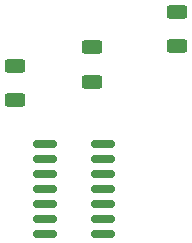
<source format=gbr>
%TF.GenerationSoftware,KiCad,Pcbnew,8.0.3*%
%TF.CreationDate,2024-10-12T13:36:13-04:00*%
%TF.ProjectId,puzzle-piece-pcb,70757a7a-6c65-42d7-9069-6563652d7063,rev?*%
%TF.SameCoordinates,Original*%
%TF.FileFunction,Paste,Bot*%
%TF.FilePolarity,Positive*%
%FSLAX46Y46*%
G04 Gerber Fmt 4.6, Leading zero omitted, Abs format (unit mm)*
G04 Created by KiCad (PCBNEW 8.0.3) date 2024-10-12 13:36:13*
%MOMM*%
%LPD*%
G01*
G04 APERTURE LIST*
G04 Aperture macros list*
%AMRoundRect*
0 Rectangle with rounded corners*
0 $1 Rounding radius*
0 $2 $3 $4 $5 $6 $7 $8 $9 X,Y pos of 4 corners*
0 Add a 4 corners polygon primitive as box body*
4,1,4,$2,$3,$4,$5,$6,$7,$8,$9,$2,$3,0*
0 Add four circle primitives for the rounded corners*
1,1,$1+$1,$2,$3*
1,1,$1+$1,$4,$5*
1,1,$1+$1,$6,$7*
1,1,$1+$1,$8,$9*
0 Add four rect primitives between the rounded corners*
20,1,$1+$1,$2,$3,$4,$5,0*
20,1,$1+$1,$4,$5,$6,$7,0*
20,1,$1+$1,$6,$7,$8,$9,0*
20,1,$1+$1,$8,$9,$2,$3,0*%
G04 Aperture macros list end*
%ADD10RoundRect,0.150000X0.825000X0.150000X-0.825000X0.150000X-0.825000X-0.150000X0.825000X-0.150000X0*%
%ADD11RoundRect,0.250000X-0.625000X0.312500X-0.625000X-0.312500X0.625000X-0.312500X0.625000X0.312500X0*%
%ADD12RoundRect,0.250000X0.625000X-0.312500X0.625000X0.312500X-0.625000X0.312500X-0.625000X-0.312500X0*%
G04 APERTURE END LIST*
D10*
%TO.C,U1*%
X165975000Y-102690000D03*
X165975000Y-103960000D03*
X165975000Y-105230000D03*
X165975000Y-106500000D03*
X165975000Y-107770000D03*
X165975000Y-109040000D03*
X165975000Y-110310000D03*
X161025000Y-110310000D03*
X161025000Y-109040000D03*
X161025000Y-107770000D03*
X161025000Y-106500000D03*
X161025000Y-105230000D03*
X161025000Y-103960000D03*
X161025000Y-102690000D03*
%TD*%
D11*
%TO.C,R1*%
X158500000Y-96075000D03*
X158500000Y-99000000D03*
%TD*%
D12*
%TO.C,R_10K2*%
X172250000Y-94462500D03*
X172250000Y-91537500D03*
%TD*%
D11*
%TO.C,R_10K1*%
X165000000Y-94537500D03*
X165000000Y-97462500D03*
%TD*%
M02*

</source>
